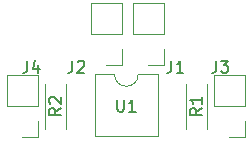
<source format=gbr>
G04 #@! TF.GenerationSoftware,KiCad,Pcbnew,(5.1.4)-1*
G04 #@! TF.CreationDate,2019-10-21T16:34:44-04:00*
G04 #@! TF.ProjectId,relay_ctrl_turbo,72656c61-795f-4637-9472-6c5f74757262,rev?*
G04 #@! TF.SameCoordinates,Original*
G04 #@! TF.FileFunction,Legend,Top*
G04 #@! TF.FilePolarity,Positive*
%FSLAX46Y46*%
G04 Gerber Fmt 4.6, Leading zero omitted, Abs format (unit mm)*
G04 Created by KiCad (PCBNEW (5.1.4)-1) date 2019-10-21 16:34:44*
%MOMM*%
%LPD*%
G04 APERTURE LIST*
%ADD10C,0.120000*%
%ADD11C,0.150000*%
G04 APERTURE END LIST*
D10*
X161858000Y-44510000D02*
X160528000Y-44510000D01*
X161858000Y-43180000D02*
X161858000Y-44510000D01*
X161858000Y-41910000D02*
X159198000Y-41910000D01*
X159198000Y-41910000D02*
X159198000Y-39310000D01*
X161858000Y-41910000D02*
X161858000Y-39310000D01*
X161858000Y-39310000D02*
X159198000Y-39310000D01*
X161306000Y-45314000D02*
X159656000Y-45314000D01*
X161306000Y-50514000D02*
X161306000Y-45314000D01*
X156006000Y-50514000D02*
X161306000Y-50514000D01*
X156006000Y-45314000D02*
X156006000Y-50514000D01*
X157656000Y-45314000D02*
X156006000Y-45314000D01*
X159656000Y-45314000D02*
G75*
G02X157656000Y-45314000I-1000000J0D01*
G01*
X151734000Y-46086000D02*
X151734000Y-49926000D01*
X153574000Y-46086000D02*
X153574000Y-49926000D01*
X163672000Y-46086000D02*
X163672000Y-49926000D01*
X165512000Y-46086000D02*
X165512000Y-49926000D01*
X151190000Y-50606000D02*
X149860000Y-50606000D01*
X151190000Y-49276000D02*
X151190000Y-50606000D01*
X151190000Y-48006000D02*
X148530000Y-48006000D01*
X148530000Y-48006000D02*
X148530000Y-45406000D01*
X151190000Y-48006000D02*
X151190000Y-45406000D01*
X151190000Y-45406000D02*
X148530000Y-45406000D01*
X168716000Y-50606000D02*
X167386000Y-50606000D01*
X168716000Y-49276000D02*
X168716000Y-50606000D01*
X168716000Y-48006000D02*
X166056000Y-48006000D01*
X166056000Y-48006000D02*
X166056000Y-45406000D01*
X168716000Y-48006000D02*
X168716000Y-45406000D01*
X168716000Y-45406000D02*
X166056000Y-45406000D01*
X158302000Y-44510000D02*
X156972000Y-44510000D01*
X158302000Y-43180000D02*
X158302000Y-44510000D01*
X158302000Y-41910000D02*
X155642000Y-41910000D01*
X155642000Y-41910000D02*
X155642000Y-39310000D01*
X158302000Y-41910000D02*
X158302000Y-39310000D01*
X158302000Y-39310000D02*
X155642000Y-39310000D01*
D11*
X162480666Y-44156380D02*
X162480666Y-44870666D01*
X162433047Y-45013523D01*
X162337809Y-45108761D01*
X162194952Y-45156380D01*
X162099714Y-45156380D01*
X163480666Y-45156380D02*
X162909238Y-45156380D01*
X163194952Y-45156380D02*
X163194952Y-44156380D01*
X163099714Y-44299238D01*
X163004476Y-44394476D01*
X162909238Y-44442095D01*
X157894095Y-47458380D02*
X157894095Y-48267904D01*
X157941714Y-48363142D01*
X157989333Y-48410761D01*
X158084571Y-48458380D01*
X158275047Y-48458380D01*
X158370285Y-48410761D01*
X158417904Y-48363142D01*
X158465523Y-48267904D01*
X158465523Y-47458380D01*
X159465523Y-48458380D02*
X158894095Y-48458380D01*
X159179809Y-48458380D02*
X159179809Y-47458380D01*
X159084571Y-47601238D01*
X158989333Y-47696476D01*
X158894095Y-47744095D01*
X153106380Y-48172666D02*
X152630190Y-48506000D01*
X153106380Y-48744095D02*
X152106380Y-48744095D01*
X152106380Y-48363142D01*
X152154000Y-48267904D01*
X152201619Y-48220285D01*
X152296857Y-48172666D01*
X152439714Y-48172666D01*
X152534952Y-48220285D01*
X152582571Y-48267904D01*
X152630190Y-48363142D01*
X152630190Y-48744095D01*
X152201619Y-47791714D02*
X152154000Y-47744095D01*
X152106380Y-47648857D01*
X152106380Y-47410761D01*
X152154000Y-47315523D01*
X152201619Y-47267904D01*
X152296857Y-47220285D01*
X152392095Y-47220285D01*
X152534952Y-47267904D01*
X153106380Y-47839333D01*
X153106380Y-47220285D01*
X165044380Y-48172666D02*
X164568190Y-48506000D01*
X165044380Y-48744095D02*
X164044380Y-48744095D01*
X164044380Y-48363142D01*
X164092000Y-48267904D01*
X164139619Y-48220285D01*
X164234857Y-48172666D01*
X164377714Y-48172666D01*
X164472952Y-48220285D01*
X164520571Y-48267904D01*
X164568190Y-48363142D01*
X164568190Y-48744095D01*
X165044380Y-47220285D02*
X165044380Y-47791714D01*
X165044380Y-47506000D02*
X164044380Y-47506000D01*
X164187238Y-47601238D01*
X164282476Y-47696476D01*
X164330095Y-47791714D01*
X150288666Y-44156380D02*
X150288666Y-44870666D01*
X150241047Y-45013523D01*
X150145809Y-45108761D01*
X150002952Y-45156380D01*
X149907714Y-45156380D01*
X151193428Y-44489714D02*
X151193428Y-45156380D01*
X150955333Y-44108761D02*
X150717238Y-44823047D01*
X151336285Y-44823047D01*
X166290666Y-44156380D02*
X166290666Y-44870666D01*
X166243047Y-45013523D01*
X166147809Y-45108761D01*
X166004952Y-45156380D01*
X165909714Y-45156380D01*
X166671619Y-44156380D02*
X167290666Y-44156380D01*
X166957333Y-44537333D01*
X167100190Y-44537333D01*
X167195428Y-44584952D01*
X167243047Y-44632571D01*
X167290666Y-44727809D01*
X167290666Y-44965904D01*
X167243047Y-45061142D01*
X167195428Y-45108761D01*
X167100190Y-45156380D01*
X166814476Y-45156380D01*
X166719238Y-45108761D01*
X166671619Y-45061142D01*
X154098666Y-44156380D02*
X154098666Y-44870666D01*
X154051047Y-45013523D01*
X153955809Y-45108761D01*
X153812952Y-45156380D01*
X153717714Y-45156380D01*
X154527238Y-44251619D02*
X154574857Y-44204000D01*
X154670095Y-44156380D01*
X154908190Y-44156380D01*
X155003428Y-44204000D01*
X155051047Y-44251619D01*
X155098666Y-44346857D01*
X155098666Y-44442095D01*
X155051047Y-44584952D01*
X154479619Y-45156380D01*
X155098666Y-45156380D01*
M02*

</source>
